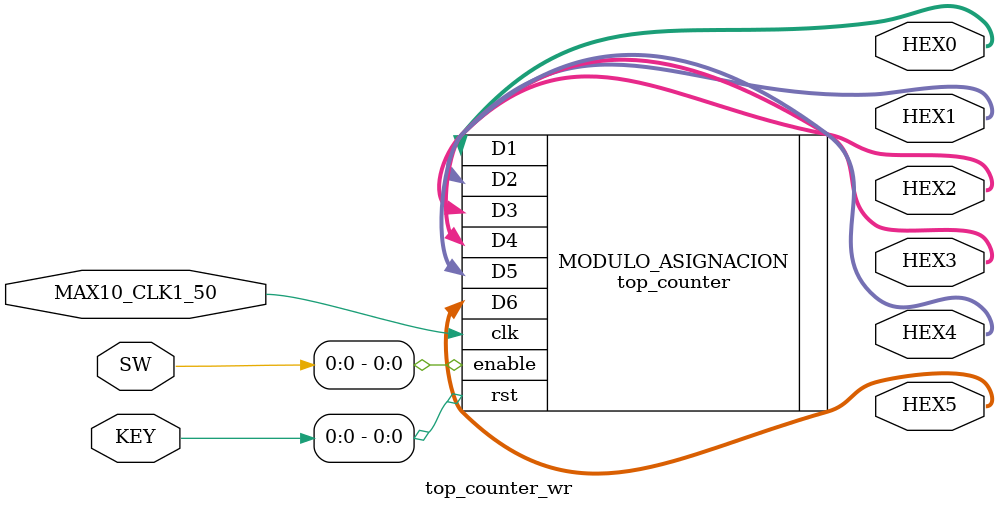
<source format=v>
module top_counter_wr (
	input MAX10_CLK1_50,
	input [1:0] KEY,
	input [9:0] SW,
	output [0:6] HEX3,
	output [0:6] HEX0,HEX1,HEX2,HEX4,HEX5
);

	top_counter MODULO_ASIGNACION (
		.clk(MAX10_CLK1_50),
		.rst(KEY[0]),
		.enable(SW[0]),
		.D1(HEX0),
		.D2(HEX1),
		.D3(HEX2),
		.D4(HEX3),
		.D5(HEX4),
		.D6(HEX5)
	);

endmodule
</source>
